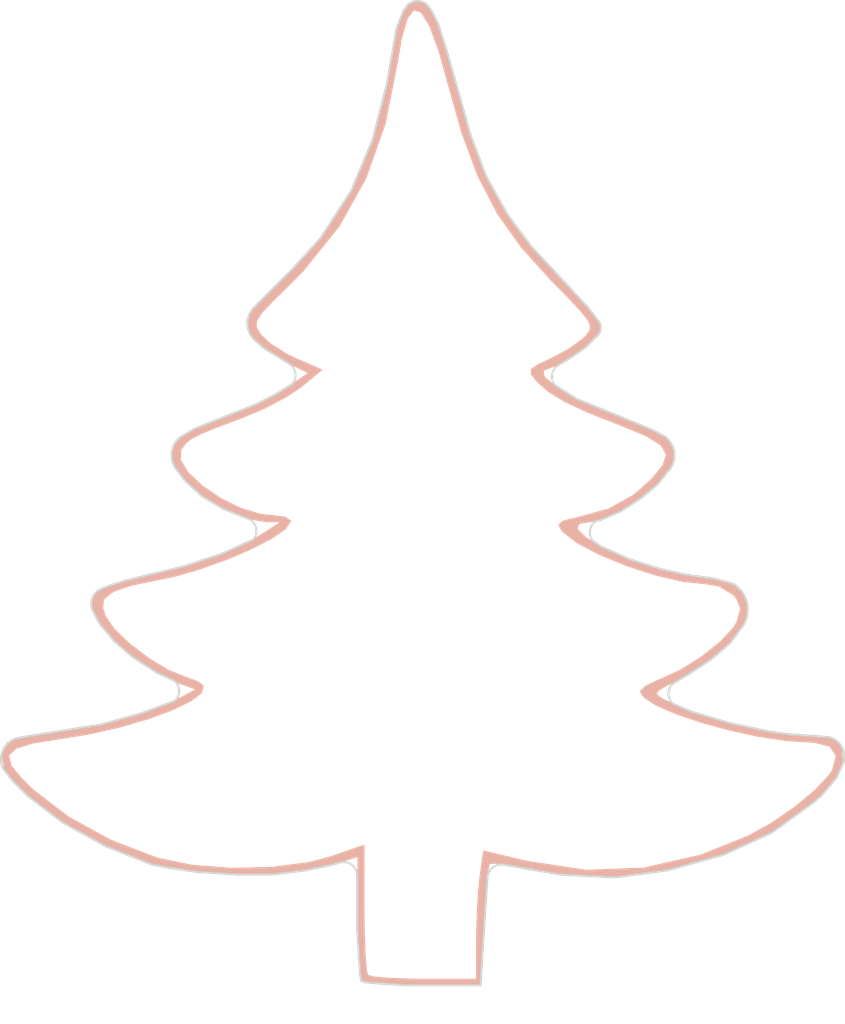
<source format=kicad_pcb>
(kicad_pcb (version 4) (host pcbnew "(2014-07-12 BZR 4289 GOST-COMMITTERS)-product")

  (general
    (links 0)
    (no_connects 0)
    (area 119.25 64.25 181.500001 137.375001)
    (thickness 1.6)
    (drawings 118)
    (tracks 0)
    (zones 0)
    (modules 2)
    (nets 1)
  )

  (page A4)
  (layers
    (0 F.Cu signal)
    (31 B.Cu signal)
    (36 B.SilkS user)
    (37 F.SilkS user)
    (38 B.Mask user)
    (39 F.Mask user)
    (40 Dwgs.User user)
    (44 Edge.Cuts user)
  )

  (setup
    (last_trace_width 0.2)
    (trace_clearance 0.2)
    (zone_clearance 0.3)
    (zone_45_only no)
    (trace_min 0.2)
    (segment_width 0.15)
    (edge_width 0.15)
    (via_size 0.7)
    (via_drill 0.3)
    (via_min_size 0.7)
    (via_min_drill 0.3)
    (uvia_size 0.7)
    (uvia_drill 0.3)
    (uvias_allowed no)
    (uvia_min_size 0.508)
    (uvia_min_drill 0.127)
    (pcb_text_width 0.3)
    (pcb_text_size 1.5 1.5)
    (mod_edge_width 0.15)
    (mod_text_size 1.5 1.5)
    (mod_text_width 0.15)
    (pad_size 0.9 0.9)
    (pad_drill 0.9)
    (pad_to_mask_clearance 0.2)
    (aux_axis_origin 150 100)
    (grid_origin 150 100)
    (visible_elements 7FFFF77F)
    (pcbplotparams
      (layerselection 0x010f0_80000001)
      (usegerberextensions true)
      (gerberprecision 5)
      (excludeedgelayer true)
      (linewidth 0.150000)
      (plotframeref false)
      (viasonmask false)
      (mode 1)
      (useauxorigin false)
      (hpglpennumber 1)
      (hpglpenspeed 20)
      (hpglpendiameter 15)
      (hpglpenoverlay 2)
      (psnegative false)
      (psa4output false)
      (plotreference true)
      (plotvalue true)
      (plotinvisibletext false)
      (padsonsilk false)
      (subtractmaskfromsilk false)
      (outputformat 1)
      (mirror false)
      (drillshape 0)
      (scaleselection 1)
      (outputdirectory Gerber/))
  )

  (net 0 "")

  (net_class Default "Это класс цепей по умолчанию."
    (clearance 0.2)
    (trace_width 0.2)
    (via_dia 0.7)
    (via_drill 0.3)
    (uvia_dia 0.7)
    (uvia_drill 0.3)
  )

  (net_class wide ""
    (clearance 0.2)
    (trace_width 0.5)
    (via_dia 0.7)
    (via_drill 0.3)
    (uvia_dia 0.7)
    (uvia_drill 0.3)
  )

  (net_class "wide wide" ""
    (clearance 0.2)
    (trace_width 1)
    (via_dia 0.7)
    (via_drill 0.3)
    (uvia_dia 0.7)
    (uvia_drill 0.3)
  )

  (module Graphics:Spruce_70x60_back locked (layer F.Cu) (tedit 5A3739ED) (tstamp 5A3730C9)
    (at 150 100)
    (fp_text reference G2 (at 0 0) (layer F.SilkS) hide
      (effects (font (thickness 0.3)))
    )
    (fp_text value LOGO (at 0.75 0) (layer F.SilkS) hide
      (effects (font (thickness 0.3)))
    )
    (fp_poly (pts (xy 30.141429 19.222097) (xy 29.694838 20.30381) (xy 29.694838 18.725053) (xy 29.242202 18.040206)
      (xy 28.118438 17.746874) (xy 27.849959 17.739683) (xy 26.110276 17.628858) (xy 24.128795 17.326705)
      (xy 22.058738 16.878705) (xy 20.053326 16.33034) (xy 18.265779 15.727091) (xy 16.849317 15.11444)
      (xy 15.957161 14.537868) (xy 15.72381 14.140198) (xy 16.064409 13.785387) (xy 16.898019 13.382688)
      (xy 17.034127 13.333716) (xy 18.542936 12.64725) (xy 20.08988 11.678665) (xy 21.448061 10.597198)
      (xy 22.390579 9.572087) (xy 22.622241 9.165672) (xy 22.875308 8.240949) (xy 22.614472 7.544414)
      (xy 22.366879 7.246853) (xy 21.345031 6.61679) (xy 20.382537 6.450794) (xy 18.734814 6.279755)
      (xy 16.77177 5.820585) (xy 14.713278 5.154202) (xy 12.779212 4.361522) (xy 11.189445 3.523464)
      (xy 10.163851 2.720945) (xy 10.125237 2.675907) (xy 9.906454 2.259928) (xy 10.223049 1.995867)
      (xy 11.158499 1.77484) (xy 13.446817 1.144635) (xy 15.265297 0.132464) (xy 16.520353 -0.988698)
      (xy 17.331339 -1.972086) (xy 17.577948 -2.752985) (xy 17.205469 -3.425644) (xy 16.159186 -4.084314)
      (xy 14.384388 -4.823244) (xy 14.269354 -4.866296) (xy 11.961255 -5.774677) (xy 10.290828 -6.555428)
      (xy 9.115296 -7.283647) (xy 8.332491 -7.989003) (xy 7.927283 -8.497049) (xy 7.956951 -8.846011)
      (xy 8.533651 -9.213251) (xy 9.341379 -9.584446) (xy 10.565582 -10.235912) (xy 11.565065 -10.943802)
      (xy 11.807744 -11.177759) (xy 12.096916 -11.552925) (xy 12.168476 -11.92033) (xy 11.946702 -12.403582)
      (xy 11.355866 -13.126292) (xy 10.320244 -14.212069) (xy 9.3431 -15.200916) (xy 7.206842 -17.564903)
      (xy 5.502385 -19.975335) (xy 4.126211 -22.627873) (xy 2.974803 -25.718181) (xy 2.064389 -28.958724)
      (xy 1.343561 -31.544347) (xy 0.681949 -33.327904) (xy 0.080197 -34.30908) (xy -0.461049 -34.48756)
      (xy -0.941142 -33.863027) (xy -1.359437 -32.435167) (xy -1.641558 -30.769609) (xy -2.520232 -26.34571)
      (xy -3.889834 -22.475684) (xy -5.81298 -19.03021) (xy -8.352288 -15.879969) (xy -9.332003 -14.887153)
      (xy -10.597378 -13.645915) (xy -11.361896 -12.818665) (xy -11.709009 -12.263709) (xy -11.722169 -11.83935)
      (xy -11.484826 -11.403896) (xy -11.43 -11.324896) (xy -10.681779 -10.623712) (xy -9.519806 -9.894107)
      (xy -8.923623 -9.606541) (xy -7.055555 -8.799502) (xy -8.446785 -7.629031) (xy -9.545681 -6.890178)
      (xy -11.078572 -6.086795) (xy -12.680118 -5.406081) (xy -14.443959 -4.744056) (xy -15.606101 -4.271498)
      (xy -16.324174 -3.906542) (xy -16.755805 -3.567322) (xy -17.058624 -3.171975) (xy -17.096663 -3.112324)
      (xy -17.140569 -2.36458) (xy -16.578371 -1.457922) (xy -15.563778 -0.503406) (xy -14.250498 0.387915)
      (xy -12.792242 1.104985) (xy -11.342718 1.53675) (xy -10.556835 1.612698) (xy -9.675932 1.718591)
      (xy -9.275297 1.975812) (xy -9.273016 1.998878) (xy -9.636452 2.540616) (xy -10.620643 3.218889)
      (xy -12.066411 3.965523) (xy -13.814577 4.712345) (xy -15.705963 5.391184) (xy -17.581393 5.933866)
      (xy -19.236191 6.265897) (xy -20.588764 6.54479) (xy -21.730026 6.927712) (xy -22.042919 7.088313)
      (xy -22.627949 7.588861) (xy -22.671312 8.218871) (xy -22.48543 8.78754) (xy -21.87343 9.683837)
      (xy -20.762699 10.743449) (xy -19.385499 11.789323) (xy -17.974089 12.644402) (xy -16.799086 13.122299)
      (xy -15.927908 13.435852) (xy -15.505565 13.734888) (xy -15.615097 14.228299) (xy -16.391713 14.815368)
      (xy -17.708523 15.449028) (xy -19.438635 16.082212) (xy -21.455161 16.667855) (xy -23.631208 17.158889)
      (xy -25.596567 17.477858) (xy -27.613356 17.798606) (xy -28.863332 18.183314) (xy -29.386006 18.70202)
      (xy -29.22089 19.424758) (xy -28.407498 20.421562) (xy -27.664544 21.14331) (xy -25.14466 23.079846)
      (xy -22.095765 24.757532) (xy -18.787561 26.028253) (xy -18.747619 26.040357) (xy -16.301569 26.547849)
      (xy -13.483393 26.767904) (xy -10.596586 26.703152) (xy -7.944645 26.356227) (xy -6.35 25.932826)
      (xy -4.031746 25.121975) (xy -4.031746 29.628713) (xy -4.009017 31.460163) (xy -3.947377 32.984257)
      (xy -3.856649 34.026486) (xy -3.762963 34.404233) (xy -3.266216 34.521512) (xy -2.157088 34.612863)
      (xy -0.629442 34.665361) (xy 0.268783 34.673016) (xy 4.031746 34.673016) (xy 4.031746 31.907065)
      (xy 4.07001 30.154519) (xy 4.169272 28.426992) (xy 4.279042 27.336893) (xy 4.526338 25.532672)
      (xy 7.605233 26.269539) (xy 11.809734 26.903256) (xy 15.928806 26.756475) (xy 20.026016 25.821953)
      (xy 23.399154 24.469826) (xy 25.075408 23.539423) (xy 26.742138 22.392378) (xy 28.187664 21.194244)
      (xy 29.200301 20.110572) (xy 29.435151 19.749194) (xy 29.694838 18.725053) (xy 29.694838 20.30381)
      (xy 29.693508 20.307032) (xy 28.619414 21.541932) (xy 28.037595 22.075445) (xy 25.06469 24.188119)
      (xy 21.602758 25.796135) (xy 17.821325 26.860135) (xy 13.889917 27.340763) (xy 9.97806 27.198665)
      (xy 7.702831 26.796236) (xy 6.358897 26.515848) (xy 5.353019 26.373974) (xy 4.915292 26.397936)
      (xy 4.81205 26.863534) (xy 4.697416 27.957457) (xy 4.587284 29.502142) (xy 4.517548 30.841773)
      (xy 4.329224 35.07619) (xy 0.215935 35.07619) (xy -1.531316 35.051341) (xy -2.966221 34.984315)
      (xy -3.904783 34.8864) (xy -4.166137 34.807407) (xy -4.276057 34.316742) (xy -4.364251 33.198437)
      (xy -4.420274 31.631122) (xy -4.43492 30.210357) (xy -4.43492 25.88209) (xy -6.35 26.505026)
      (xy -8.193097 26.901914) (xy -10.551862 27.120745) (xy -13.155796 27.162735) (xy -15.7344 27.029101)
      (xy -18.017174 26.721059) (xy -19.150794 26.447438) (xy -22.453728 25.182241) (xy -25.498811 23.51489)
      (xy -28.017921 21.592683) (xy -28.061795 21.552001) (xy -29.121652 20.480508) (xy -29.653131 19.669341)
      (xy -29.781989 18.90733) (xy -29.765128 18.691785) (xy -29.669865 18.143933) (xy -29.429699 17.779782)
      (xy -28.885532 17.530855) (xy -27.878266 17.328674) (xy -26.248802 17.104763) (xy -26.004762 17.073292)
      (xy -22.912409 16.530979) (xy -19.9992 15.751247) (xy -17.534027 14.810378) (xy -16.875729 14.483457)
      (xy -15.93298 13.978913) (xy -17.196208 13.541044) (xy -18.773574 12.804298) (xy -20.400435 11.738996)
      (xy -21.835242 10.531731) (xy -22.83645 9.369093) (xy -23.025194 9.038235) (xy -23.419439 8.112165)
      (xy -23.418848 7.569329) (xy -23.010618 7.082854) (xy -22.946303 7.024198) (xy -22.188148 6.613859)
      (xy -20.914484 6.182497) (xy -19.475077 5.839256) (xy -16.806432 5.20048) (xy -14.260959 4.360722)
      (xy -12.100257 3.413931) (xy -11.087301 2.826881) (xy -9.877778 2.021186) (xy -10.999457 2.01853)
      (xy -12.463338 1.770386) (xy -14.04258 1.119642) (xy -15.546559 0.197285) (xy -16.784649 -0.865695)
      (xy -17.566223 -1.938309) (xy -17.739682 -2.613034) (xy -17.601461 -3.369215) (xy -17.101592 -3.996999)
      (xy -16.112269 -4.590579) (xy -14.505683 -5.244151) (xy -13.854576 -5.476375) (xy -12.196224 -6.133892)
      (xy -10.583204 -6.900211) (xy -9.560015 -7.487756) (xy -7.924806 -8.569886) (xy -9.703575 -9.425419)
      (xy -10.901246 -10.164425) (xy -11.841649 -11.027619) (xy -12.078263 -11.362955) (xy -12.329283 -11.879415)
      (xy -12.366074 -12.326854) (xy -12.104115 -12.84968) (xy -11.458887 -13.592301) (xy -10.34587 -14.699126)
      (xy -9.836526 -15.193114) (xy -7.063431 -18.272971) (xy -4.934662 -21.567006) (xy -3.381297 -25.216568)
      (xy -2.334414 -29.363001) (xy -2.044733 -31.172783) (xy -1.675061 -33.156989) (xy -1.197983 -34.410089)
      (xy -0.579551 -35.003975) (xy -0.201587 -35.07619) (xy 0.345555 -34.902547) (xy 0.847011 -34.316609)
      (xy 1.348129 -33.220863) (xy 1.894255 -31.517799) (xy 2.481419 -29.30693) (xy 3.527382 -25.657269)
      (xy 4.71533 -22.616448) (xy 6.149404 -19.987849) (xy 7.933748 -17.57485) (xy 9.731388 -15.619098)
      (xy 11.007529 -14.287411) (xy 12.038118 -13.125906) (xy 12.706168 -12.272123) (xy 12.901587 -11.891901)
      (xy 12.582353 -11.248762) (xy 11.785248 -10.43925) (xy 10.75117 -9.662463) (xy 9.721016 -9.117502)
      (xy 9.432694 -9.024884) (xy 8.767554 -8.761045) (xy 8.795068 -8.371727) (xy 8.932828 -8.189185)
      (xy 9.790499 -7.497764) (xy 11.245705 -6.686214) (xy 13.117863 -5.84589) (xy 14.854183 -5.193684)
      (xy 16.511686 -4.561806) (xy 17.519554 -3.99042) (xy 18.016803 -3.372016) (xy 18.142857 -2.650358)
      (xy 17.800198 -1.703347) (xy 16.905193 -0.619826) (xy 15.657297 0.445184) (xy 14.25597 1.336662)
      (xy 12.900668 1.899588) (xy 12.139054 2.015873) (xy 11.299626 2.161523) (xy 11.180567 2.559907)
      (xy 11.758113 3.153178) (xy 12.879891 3.819164) (xy 14.828434 4.661297) (xy 16.998416 5.371203)
      (xy 19.082311 5.862199) (xy 20.772596 6.047601) (xy 20.785712 6.047619) (xy 22.106026 6.371936)
      (xy 23.040157 7.222494) (xy 23.384127 8.38359) (xy 23.038297 9.443047) (xy 22.10304 10.660833)
      (xy 20.73171 11.881466) (xy 19.07766 12.949463) (xy 18.678379 13.15471) (xy 17.468847 13.759766)
      (xy 16.891573 14.133284) (xy 16.854127 14.397321) (xy 17.264081 14.673933) (xy 17.452555 14.773457)
      (xy 19.415688 15.60114) (xy 21.867399 16.34379) (xy 24.489975 16.926123) (xy 26.965703 17.272855)
      (xy 28.2691 17.336508) (xy 29.370315 17.453385) (xy 29.921186 17.874328) (xy 30.036508 18.142857)
      (xy 30.141429 19.222097) (xy 30.141429 19.222097)) (layer B.SilkS) (width 0.1))
  )

  (module Graphics:Spruce_70x60 locked (layer F.Cu) (tedit 5A3739E6) (tstamp 5A36A863)
    (at 150 100)
    (fp_text reference G1 (at 0 0) (layer F.SilkS) hide
      (effects (font (thickness 0.3)))
    )
    (fp_text value LOGO (at 0.75 0) (layer F.SilkS) hide
      (effects (font (thickness 0.3)))
    )
    (fp_poly (pts (xy 30.141429 19.222097) (xy 29.694838 20.30381) (xy 29.694838 18.725053) (xy 29.242202 18.040206)
      (xy 28.118438 17.746874) (xy 27.849959 17.739683) (xy 26.110276 17.628858) (xy 24.128795 17.326705)
      (xy 22.058738 16.878705) (xy 20.053326 16.33034) (xy 18.265779 15.727091) (xy 16.849317 15.11444)
      (xy 15.957161 14.537868) (xy 15.72381 14.140198) (xy 16.064409 13.785387) (xy 16.898019 13.382688)
      (xy 17.034127 13.333716) (xy 18.542936 12.64725) (xy 20.08988 11.678665) (xy 21.448061 10.597198)
      (xy 22.390579 9.572087) (xy 22.622241 9.165672) (xy 22.875308 8.240949) (xy 22.614472 7.544414)
      (xy 22.366879 7.246853) (xy 21.345031 6.61679) (xy 20.382537 6.450794) (xy 18.734814 6.279755)
      (xy 16.77177 5.820585) (xy 14.713278 5.154202) (xy 12.779212 4.361522) (xy 11.189445 3.523464)
      (xy 10.163851 2.720945) (xy 10.125237 2.675907) (xy 9.906454 2.259928) (xy 10.223049 1.995867)
      (xy 11.158499 1.77484) (xy 13.446817 1.144635) (xy 15.265297 0.132464) (xy 16.520353 -0.988698)
      (xy 17.331339 -1.972086) (xy 17.577948 -2.752985) (xy 17.205469 -3.425644) (xy 16.159186 -4.084314)
      (xy 14.384388 -4.823244) (xy 14.269354 -4.866296) (xy 11.961255 -5.774677) (xy 10.290828 -6.555428)
      (xy 9.115296 -7.283647) (xy 8.332491 -7.989003) (xy 7.927283 -8.497049) (xy 7.956951 -8.846011)
      (xy 8.533651 -9.213251) (xy 9.341379 -9.584446) (xy 10.565582 -10.235912) (xy 11.565065 -10.943802)
      (xy 11.807744 -11.177759) (xy 12.096916 -11.552925) (xy 12.168476 -11.92033) (xy 11.946702 -12.403582)
      (xy 11.355866 -13.126292) (xy 10.320244 -14.212069) (xy 9.3431 -15.200916) (xy 7.206842 -17.564903)
      (xy 5.502385 -19.975335) (xy 4.126211 -22.627873) (xy 2.974803 -25.718181) (xy 2.064389 -28.958724)
      (xy 1.343561 -31.544347) (xy 0.681949 -33.327904) (xy 0.080197 -34.30908) (xy -0.461049 -34.48756)
      (xy -0.941142 -33.863027) (xy -1.359437 -32.435167) (xy -1.641558 -30.769609) (xy -2.520232 -26.34571)
      (xy -3.889834 -22.475684) (xy -5.81298 -19.03021) (xy -8.352288 -15.879969) (xy -9.332003 -14.887153)
      (xy -10.597378 -13.645915) (xy -11.361896 -12.818665) (xy -11.709009 -12.263709) (xy -11.722169 -11.83935)
      (xy -11.484826 -11.403896) (xy -11.43 -11.324896) (xy -10.681779 -10.623712) (xy -9.519806 -9.894107)
      (xy -8.923623 -9.606541) (xy -7.055555 -8.799502) (xy -8.446785 -7.629031) (xy -9.545681 -6.890178)
      (xy -11.078572 -6.086795) (xy -12.680118 -5.406081) (xy -14.443959 -4.744056) (xy -15.606101 -4.271498)
      (xy -16.324174 -3.906542) (xy -16.755805 -3.567322) (xy -17.058624 -3.171975) (xy -17.096663 -3.112324)
      (xy -17.140569 -2.36458) (xy -16.578371 -1.457922) (xy -15.563778 -0.503406) (xy -14.250498 0.387915)
      (xy -12.792242 1.104985) (xy -11.342718 1.53675) (xy -10.556835 1.612698) (xy -9.675932 1.718591)
      (xy -9.275297 1.975812) (xy -9.273016 1.998878) (xy -9.636452 2.540616) (xy -10.620643 3.218889)
      (xy -12.066411 3.965523) (xy -13.814577 4.712345) (xy -15.705963 5.391184) (xy -17.581393 5.933866)
      (xy -19.236191 6.265897) (xy -20.588764 6.54479) (xy -21.730026 6.927712) (xy -22.042919 7.088313)
      (xy -22.627949 7.588861) (xy -22.671312 8.218871) (xy -22.48543 8.78754) (xy -21.87343 9.683837)
      (xy -20.762699 10.743449) (xy -19.385499 11.789323) (xy -17.974089 12.644402) (xy -16.799086 13.122299)
      (xy -15.927908 13.435852) (xy -15.505565 13.734888) (xy -15.615097 14.228299) (xy -16.391713 14.815368)
      (xy -17.708523 15.449028) (xy -19.438635 16.082212) (xy -21.455161 16.667855) (xy -23.631208 17.158889)
      (xy -25.596567 17.477858) (xy -27.613356 17.798606) (xy -28.863332 18.183314) (xy -29.386006 18.70202)
      (xy -29.22089 19.424758) (xy -28.407498 20.421562) (xy -27.664544 21.14331) (xy -25.14466 23.079846)
      (xy -22.095765 24.757532) (xy -18.787561 26.028253) (xy -18.747619 26.040357) (xy -16.301569 26.547849)
      (xy -13.483393 26.767904) (xy -10.596586 26.703152) (xy -7.944645 26.356227) (xy -6.35 25.932826)
      (xy -4.031746 25.121975) (xy -4.031746 29.628713) (xy -4.009017 31.460163) (xy -3.947377 32.984257)
      (xy -3.856649 34.026486) (xy -3.762963 34.404233) (xy -3.266216 34.521512) (xy -2.157088 34.612863)
      (xy -0.629442 34.665361) (xy 0.268783 34.673016) (xy 4.031746 34.673016) (xy 4.031746 31.907065)
      (xy 4.07001 30.154519) (xy 4.169272 28.426992) (xy 4.279042 27.336893) (xy 4.526338 25.532672)
      (xy 7.605233 26.269539) (xy 11.809734 26.903256) (xy 15.928806 26.756475) (xy 20.026016 25.821953)
      (xy 23.399154 24.469826) (xy 25.075408 23.539423) (xy 26.742138 22.392378) (xy 28.187664 21.194244)
      (xy 29.200301 20.110572) (xy 29.435151 19.749194) (xy 29.694838 18.725053) (xy 29.694838 20.30381)
      (xy 29.693508 20.307032) (xy 28.619414 21.541932) (xy 28.037595 22.075445) (xy 25.06469 24.188119)
      (xy 21.602758 25.796135) (xy 17.821325 26.860135) (xy 13.889917 27.340763) (xy 9.97806 27.198665)
      (xy 7.702831 26.796236) (xy 6.358897 26.515848) (xy 5.353019 26.373974) (xy 4.915292 26.397936)
      (xy 4.81205 26.863534) (xy 4.697416 27.957457) (xy 4.587284 29.502142) (xy 4.517548 30.841773)
      (xy 4.329224 35.07619) (xy 0.215935 35.07619) (xy -1.531316 35.051341) (xy -2.966221 34.984315)
      (xy -3.904783 34.8864) (xy -4.166137 34.807407) (xy -4.276057 34.316742) (xy -4.364251 33.198437)
      (xy -4.420274 31.631122) (xy -4.43492 30.210357) (xy -4.43492 25.88209) (xy -6.35 26.505026)
      (xy -8.193097 26.901914) (xy -10.551862 27.120745) (xy -13.155796 27.162735) (xy -15.7344 27.029101)
      (xy -18.017174 26.721059) (xy -19.150794 26.447438) (xy -22.453728 25.182241) (xy -25.498811 23.51489)
      (xy -28.017921 21.592683) (xy -28.061795 21.552001) (xy -29.121652 20.480508) (xy -29.653131 19.669341)
      (xy -29.781989 18.90733) (xy -29.765128 18.691785) (xy -29.669865 18.143933) (xy -29.429699 17.779782)
      (xy -28.885532 17.530855) (xy -27.878266 17.328674) (xy -26.248802 17.104763) (xy -26.004762 17.073292)
      (xy -22.912409 16.530979) (xy -19.9992 15.751247) (xy -17.534027 14.810378) (xy -16.875729 14.483457)
      (xy -15.93298 13.978913) (xy -17.196208 13.541044) (xy -18.773574 12.804298) (xy -20.400435 11.738996)
      (xy -21.835242 10.531731) (xy -22.83645 9.369093) (xy -23.025194 9.038235) (xy -23.419439 8.112165)
      (xy -23.418848 7.569329) (xy -23.010618 7.082854) (xy -22.946303 7.024198) (xy -22.188148 6.613859)
      (xy -20.914484 6.182497) (xy -19.475077 5.839256) (xy -16.806432 5.20048) (xy -14.260959 4.360722)
      (xy -12.100257 3.413931) (xy -11.087301 2.826881) (xy -9.877778 2.021186) (xy -10.999457 2.01853)
      (xy -12.463338 1.770386) (xy -14.04258 1.119642) (xy -15.546559 0.197285) (xy -16.784649 -0.865695)
      (xy -17.566223 -1.938309) (xy -17.739682 -2.613034) (xy -17.601461 -3.369215) (xy -17.101592 -3.996999)
      (xy -16.112269 -4.590579) (xy -14.505683 -5.244151) (xy -13.854576 -5.476375) (xy -12.196224 -6.133892)
      (xy -10.583204 -6.900211) (xy -9.560015 -7.487756) (xy -7.924806 -8.569886) (xy -9.703575 -9.425419)
      (xy -10.901246 -10.164425) (xy -11.841649 -11.027619) (xy -12.078263 -11.362955) (xy -12.329283 -11.879415)
      (xy -12.366074 -12.326854) (xy -12.104115 -12.84968) (xy -11.458887 -13.592301) (xy -10.34587 -14.699126)
      (xy -9.836526 -15.193114) (xy -7.063431 -18.272971) (xy -4.934662 -21.567006) (xy -3.381297 -25.216568)
      (xy -2.334414 -29.363001) (xy -2.044733 -31.172783) (xy -1.675061 -33.156989) (xy -1.197983 -34.410089)
      (xy -0.579551 -35.003975) (xy -0.201587 -35.07619) (xy 0.345555 -34.902547) (xy 0.847011 -34.316609)
      (xy 1.348129 -33.220863) (xy 1.894255 -31.517799) (xy 2.481419 -29.30693) (xy 3.527382 -25.657269)
      (xy 4.71533 -22.616448) (xy 6.149404 -19.987849) (xy 7.933748 -17.57485) (xy 9.731388 -15.619098)
      (xy 11.007529 -14.287411) (xy 12.038118 -13.125906) (xy 12.706168 -12.272123) (xy 12.901587 -11.891901)
      (xy 12.582353 -11.248762) (xy 11.785248 -10.43925) (xy 10.75117 -9.662463) (xy 9.721016 -9.117502)
      (xy 9.432694 -9.024884) (xy 8.767554 -8.761045) (xy 8.795068 -8.371727) (xy 8.932828 -8.189185)
      (xy 9.790499 -7.497764) (xy 11.245705 -6.686214) (xy 13.117863 -5.84589) (xy 14.854183 -5.193684)
      (xy 16.511686 -4.561806) (xy 17.519554 -3.99042) (xy 18.016803 -3.372016) (xy 18.142857 -2.650358)
      (xy 17.800198 -1.703347) (xy 16.905193 -0.619826) (xy 15.657297 0.445184) (xy 14.25597 1.336662)
      (xy 12.900668 1.899588) (xy 12.139054 2.015873) (xy 11.299626 2.161523) (xy 11.180567 2.559907)
      (xy 11.758113 3.153178) (xy 12.879891 3.819164) (xy 14.828434 4.661297) (xy 16.998416 5.371203)
      (xy 19.082311 5.862199) (xy 20.772596 6.047601) (xy 20.785712 6.047619) (xy 22.106026 6.371936)
      (xy 23.040157 7.222494) (xy 23.384127 8.38359) (xy 23.038297 9.443047) (xy 22.10304 10.660833)
      (xy 20.73171 11.881466) (xy 19.07766 12.949463) (xy 18.678379 13.15471) (xy 17.468847 13.759766)
      (xy 16.891573 14.133284) (xy 16.854127 14.397321) (xy 17.264081 14.673933) (xy 17.452555 14.773457)
      (xy 19.415688 15.60114) (xy 21.867399 16.34379) (xy 24.489975 16.926123) (xy 26.965703 17.272855)
      (xy 28.2691 17.336508) (xy 29.370315 17.453385) (xy 29.921186 17.874328) (xy 30.036508 18.142857)
      (xy 30.141429 19.222097) (xy 30.141429 19.222097)) (layer F.SilkS) (width 0.1))
  )

  (gr_line (start 154.8 127.3) (end 154.3 135.1) (angle 90) (layer Edge.Cuts) (width 0.15))
  (gr_arc (start 155.8 127.5) (end 154.8 127.3) (angle 90) (layer Edge.Cuts) (width 0.15))
  (gr_line (start 160 127.2) (end 156 126.5) (angle 90) (layer Edge.Cuts) (width 0.15))
  (gr_line (start 163.9 127.4) (end 160 127.2) (angle 90) (layer Edge.Cuts) (width 0.15))
  (gr_line (start 167.6 126.9) (end 163.9 127.4) (angle 90) (layer Edge.Cuts) (width 0.15))
  (gr_line (start 171.6 125.8) (end 167.6 126.9) (angle 90) (layer Edge.Cuts) (width 0.15))
  (gr_line (start 175.1 124.2) (end 171.6 125.8) (angle 90) (layer Edge.Cuts) (width 0.15))
  (gr_line (start 178 122.1) (end 175.1 124.2) (angle 90) (layer Edge.Cuts) (width 0.15))
  (gr_line (start 178.6 121.6) (end 178 122.1) (angle 90) (layer Edge.Cuts) (width 0.15) (tstamp 5A370214))
  (gr_line (start 179.7 120.3) (end 178.6 121.6) (angle 90) (layer Edge.Cuts) (width 0.15) (tstamp 5A37024A))
  (gr_line (start 180.2 119.2) (end 179.7 120.3) (angle 90) (layer Edge.Cuts) (width 0.15))
  (gr_arc (start 178.8 118.8) (end 179.2 117.4) (angle 90) (layer Edge.Cuts) (width 0.15))
  (gr_line (start 176.4 117.2) (end 179.2 117.4) (angle 90) (layer Edge.Cuts) (width 0.15))
  (gr_line (start 174.9 117) (end 176.4 117.2) (angle 90) (layer Edge.Cuts) (width 0.15))
  (gr_line (start 172.1 116.4) (end 174.9 117) (angle 90) (layer Edge.Cuts) (width 0.15))
  (gr_line (start 169.4 115.6) (end 172.1 116.4) (angle 90) (layer Edge.Cuts) (width 0.15))
  (gr_line (start 168 115) (end 169.4 115.6) (angle 90) (layer Edge.Cuts) (width 0.15) (tstamp 5A36FF0C))
  (gr_arc (start 168.7 114.3) (end 168 115) (angle 90) (layer Edge.Cuts) (width 0.15))
  (gr_line (start 169 113) (end 168 113.6) (angle 90) (layer Edge.Cuts) (width 0.15))
  (gr_line (start 170.7 111.9) (end 169 113) (angle 90) (layer Edge.Cuts) (width 0.15))
  (gr_line (start 172.1 110.7) (end 170.7 111.9) (angle 90) (layer Edge.Cuts) (width 0.15))
  (gr_line (start 173 109.5) (end 172.1 110.7) (angle 90) (layer Edge.Cuts) (width 0.15))
  (gr_line (start 172.1 106.4) (end 172.4 106.5) (angle 90) (layer Edge.Cuts) (width 0.15))
  (gr_line (start 171 106.1) (end 172.1 106.4) (angle 90) (layer Edge.Cuts) (width 0.15))
  (gr_arc (start 171.2 108.3) (end 172.4 106.5) (angle 90) (layer Edge.Cuts) (width 0.15))
  (gr_line (start 168.9 105.8) (end 171 106.1) (angle 90) (layer Edge.Cuts) (width 0.15) (tstamp 5A36FD18))
  (gr_line (start 167.1 105.4) (end 168.9 105.8) (angle 90) (layer Edge.Cuts) (width 0.15))
  (gr_line (start 164.9 104.7) (end 167.1 105.4) (angle 90) (layer Edge.Cuts) (width 0.15))
  (gr_line (start 162.9 103.8) (end 164.9 104.7) (angle 90) (layer Edge.Cuts) (width 0.15) (tstamp 5A36F9DB))
  (gr_arc (start 163.1 102.8) (end 162.3 103.4) (angle 90) (layer Edge.Cuts) (width 0.15))
  (gr_line (start 162.3 103.4) (end 162.9 103.8) (angle 90) (layer Edge.Cuts) (width 0.15) (tstamp 5A36F9A0))
  (gr_line (start 162.9 101.9) (end 162.5 102) (angle 90) (layer Edge.Cuts) (width 0.15) (tstamp 5A36F9AA))
  (gr_line (start 164.3 101.3) (end 162.9 101.9) (angle 90) (layer Edge.Cuts) (width 0.15))
  (gr_line (start 165.7 100.4) (end 164.3 101.3) (angle 90) (layer Edge.Cuts) (width 0.15))
  (gr_line (start 166.9 99.4) (end 165.7 100.4) (angle 90) (layer Edge.Cuts) (width 0.15))
  (gr_line (start 167.8 98.3) (end 166.9 99.4) (angle 90) (layer Edge.Cuts) (width 0.15))
  (gr_line (start 166.6 95.5) (end 167.5 96) (angle 90) (layer Edge.Cuts) (width 0.15))
  (gr_arc (start 166.5 97.3) (end 167.5 96) (angle 90) (layer Edge.Cuts) (width 0.15))
  (gr_line (start 161.2 93.3) (end 166.6 95.5) (angle 90) (layer Edge.Cuts) (width 0.15))
  (gr_arc (start 160.4 91.7) (end 159.6 92.3) (angle 90) (layer Edge.Cuts) (width 0.15))
  (gr_line (start 159.6 92.3) (end 161.2 93.3) (angle 90) (layer Edge.Cuts) (width 0.15))
  (gr_line (start 160.8 90.3) (end 159.8 90.9) (angle 90) (layer Edge.Cuts) (width 0.15))
  (gr_line (start 161.8 89.6) (end 160.8 90.3) (angle 90) (layer Edge.Cuts) (width 0.15))
  (gr_line (start 162.6 88.8) (end 161.8 89.6) (angle 90) (layer Edge.Cuts) (width 0.15))
  (gr_line (start 162 86.8) (end 162.7 87.7) (angle 90) (layer Edge.Cuts) (width 0.15))
  (gr_arc (start 162.1 88.2) (end 162.7 87.7) (angle 90) (layer Edge.Cuts) (width 0.15))
  (gr_line (start 160.9 85.6) (end 162 86.8) (angle 90) (layer Edge.Cuts) (width 0.15))
  (gr_line (start 158 82.5) (end 160.9 85.6) (angle 90) (layer Edge.Cuts) (width 0.15))
  (gr_line (start 156.2 80.1) (end 158 82.5) (angle 90) (layer Edge.Cuts) (width 0.15))
  (gr_line (start 154.7 77.4) (end 156.2 80.1) (angle 90) (layer Edge.Cuts) (width 0.15))
  (gr_line (start 153.6 74.5) (end 154.7 77.4) (angle 90) (layer Edge.Cuts) (width 0.15))
  (gr_line (start 151.9 68.5) (end 153.6 74.5) (angle 90) (layer Edge.Cuts) (width 0.15))
  (gr_line (start 151.3 66.6) (end 151.9 68.5) (angle 90) (layer Edge.Cuts) (width 0.15))
  (gr_line (start 150.8 65.6) (end 151.3 66.6) (angle 90) (layer Edge.Cuts) (width 0.15) (tstamp 5A36F0D8))
  (gr_line (start 150.5 65.2) (end 150.8 65.6) (angle 90) (layer Edge.Cuts) (width 0.15))
  (gr_line (start 148.8 65.6) (end 149.1 65.2) (angle 90) (layer Edge.Cuts) (width 0.15))
  (gr_arc (start 149.8 65.9) (end 149.1 65.2) (angle 90) (layer Edge.Cuts) (width 0.15))
  (gr_line (start 148.3 66.9) (end 148.8 65.6) (angle 90) (layer Edge.Cuts) (width 0.15))
  (gr_line (start 147.6 70.9) (end 148.3 66.9) (angle 90) (layer Edge.Cuts) (width 0.15))
  (gr_line (start 146.6 74.8) (end 147.6 70.9) (angle 90) (layer Edge.Cuts) (width 0.15))
  (gr_line (start 145.1 78.4) (end 146.6 74.8) (angle 90) (layer Edge.Cuts) (width 0.15))
  (gr_line (start 142.9 81.8) (end 145.1 78.4) (angle 90) (layer Edge.Cuts) (width 0.15))
  (gr_line (start 140.9 84) (end 142.9 81.8) (angle 90) (layer Edge.Cuts) (width 0.15))
  (gr_line (start 138.1 86.8) (end 140.9 84) (angle 90) (layer Edge.Cuts) (width 0.15))
  (gr_arc (start 139.3 87.9) (end 138.2 89.1) (angle 90) (layer Edge.Cuts) (width 0.15))
  (gr_line (start 138.9 89.7) (end 138.2 89.1) (angle 90) (layer Edge.Cuts) (width 0.15))
  (gr_line (start 140.2 90.5) (end 138.9 89.7) (angle 90) (layer Edge.Cuts) (width 0.15))
  (gr_line (start 140.7 90.8) (end 140.2 90.5) (angle 90) (layer Edge.Cuts) (width 0.15))
  (gr_arc (start 140.1 91.6) (end 140.7 90.8) (angle 90) (layer Edge.Cuts) (width 0.15))
  (gr_line (start 139.6 93) (end 140.9 92.2) (angle 90) (layer Edge.Cuts) (width 0.15))
  (gr_line (start 138.2 93.7) (end 139.6 93) (angle 90) (layer Edge.Cuts) (width 0.15))
  (gr_line (start 133.9 95.4) (end 138.2 93.7) (angle 90) (layer Edge.Cuts) (width 0.15))
  (gr_line (start 132.9 96) (end 133.9 95.4) (angle 90) (layer Edge.Cuts) (width 0.15))
  (gr_arc (start 133.9 97.3) (end 132.6 98.3) (angle 90) (layer Edge.Cuts) (width 0.15))
  (gr_line (start 133.2 99.1) (end 132.6 98.3) (angle 90) (layer Edge.Cuts) (width 0.15))
  (gr_line (start 134.4 100.2) (end 133.2 99.1) (angle 90) (layer Edge.Cuts) (width 0.15))
  (gr_line (start 135.9 101.1) (end 134.4 100.2) (angle 90) (layer Edge.Cuts) (width 0.15))
  (gr_line (start 137.4 101.7) (end 135.9 101.1) (angle 90) (layer Edge.Cuts) (width 0.15))
  (gr_line (start 137.9 101.9) (end 137.4 101.7) (angle 90) (layer Edge.Cuts) (width 0.15))
  (gr_arc (start 137.3 102.7) (end 137.9 101.9) (angle 90) (layer Edge.Cuts) (width 0.15))
  (gr_line (start 135.9 104.3) (end 138.1 103.3) (angle 90) (layer Edge.Cuts) (width 0.15))
  (gr_line (start 133.2 105.2) (end 135.9 104.3) (angle 90) (layer Edge.Cuts) (width 0.15))
  (gr_line (start 129.1 106.2) (end 133.2 105.2) (angle 90) (layer Edge.Cuts) (width 0.15))
  (gr_line (start 127.8 106.6) (end 129.1 106.2) (angle 90) (layer Edge.Cuts) (width 0.15))
  (gr_line (start 127.3 106.8) (end 127.8 106.6) (angle 90) (layer Edge.Cuts) (width 0.15))
  (gr_arc (start 127.7 107.9) (end 126.6 108.3) (angle 90) (layer Edge.Cuts) (width 0.15))
  (gr_arc (start 121.7 119) (end 120.2 119.6) (angle 90) (layer Edge.Cuts) (width 0.15))
  (gr_line (start 127 109.1) (end 126.6 108.3) (angle 90) (layer Edge.Cuts) (width 0.15))
  (gr_line (start 127.2 109.4) (end 127 109.1) (angle 90) (layer Edge.Cuts) (width 0.15))
  (gr_line (start 128.2 110.6) (end 127.2 109.4) (angle 90) (layer Edge.Cuts) (width 0.15))
  (gr_line (start 129.5 111.7) (end 128.2 110.6) (angle 90) (layer Edge.Cuts) (width 0.15))
  (gr_line (start 131.2 112.8) (end 129.5 111.7) (angle 90) (layer Edge.Cuts) (width 0.15))
  (gr_line (start 132.5 113.4) (end 131.2 112.8) (angle 90) (layer Edge.Cuts) (width 0.15))
  (gr_line (start 144.4 126.3) (end 143.7 126.5) (angle 90) (layer Edge.Cuts) (width 0.15))
  (gr_arc (start 144.5 127.3) (end 144.4 126.3) (angle 90) (layer Edge.Cuts) (width 0.15))
  (gr_arc (start 131.8 114.1) (end 132.5 113.4) (angle 90) (layer Edge.Cuts) (width 0.15))
  (gr_circle (center 150 136.8) (end 151 136.8) (layer Dwgs.User) (width 0.15))
  (gr_line (start 130.1 115.7) (end 132.5 114.8) (angle 90) (layer Edge.Cuts) (width 0.15))
  (gr_line (start 127.2 116.5) (end 130.1 115.7) (angle 90) (layer Edge.Cuts) (width 0.15))
  (gr_line (start 122.2 117.3) (end 127.2 116.5) (angle 90) (layer Edge.Cuts) (width 0.15))
  (gr_line (start 121.1 117.5) (end 122.2 117.3) (angle 90) (layer Edge.Cuts) (width 0.15))
  (gr_line (start 120.9 120.5) (end 120.2 119.6) (angle 90) (layer Edge.Cuts) (width 0.15))
  (gr_line (start 122 121.6) (end 120.9 120.5) (angle 90) (layer Edge.Cuts) (width 0.15))
  (gr_line (start 124.5 123.5) (end 122 121.6) (angle 90) (layer Edge.Cuts) (width 0.15))
  (gr_line (start 127.6 125.2) (end 124.5 123.5) (angle 90) (layer Edge.Cuts) (width 0.15) (tstamp 5A36DA00))
  (gr_line (start 130.9 126.5) (end 127.6 125.2) (angle 90) (layer Edge.Cuts) (width 0.15))
  (gr_line (start 132 126.7) (end 130.9 126.5) (angle 90) (layer Edge.Cuts) (width 0.15))
  (gr_line (start 134 127) (end 132 126.7) (angle 90) (layer Edge.Cuts) (width 0.15))
  (gr_line (start 136.9 127.2) (end 134 127) (angle 90) (layer Edge.Cuts) (width 0.15))
  (gr_line (start 139.4 127.2) (end 136.9 127.2) (angle 90) (layer Edge.Cuts) (width 0.15))
  (gr_line (start 141.8 126.9) (end 139.4 127.2) (angle 90) (layer Edge.Cuts) (width 0.15))
  (gr_line (start 143.7 126.5) (end 141.8 126.9) (angle 90) (layer Edge.Cuts) (width 0.15))
  (gr_line (start 145.5 131.1) (end 145.5 127.2) (angle 90) (layer Edge.Cuts) (width 0.15))
  (gr_line (start 145.7 134.3) (end 145.5 131.1) (angle 90) (layer Edge.Cuts) (width 0.15))
  (gr_line (start 145.8 134.8) (end 145.7 134.3) (angle 90) (layer Edge.Cuts) (width 0.15))
  (gr_line (start 146.2 134.9) (end 145.8 134.8) (angle 90) (layer Edge.Cuts) (width 0.15))
  (gr_line (start 149.1 135.1) (end 146.2 134.9) (angle 90) (layer Edge.Cuts) (width 0.15))
  (gr_line (start 154.3 135.1) (end 149.1 135.1) (angle 90) (layer Edge.Cuts) (width 0.15))

)

</source>
